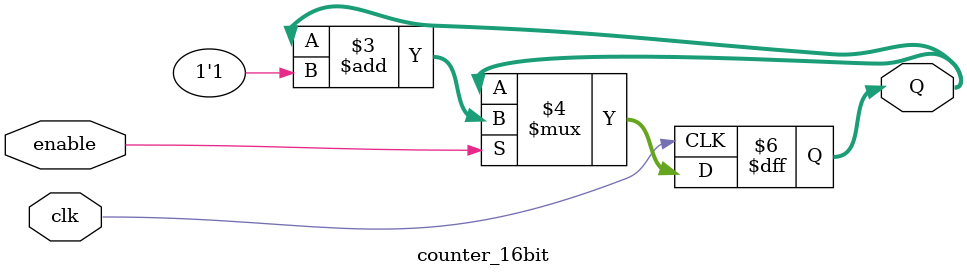
<source format=v>
module screen_refresh(
	input enable,
	input clk,
	output [7:0] vga_x_out_bus,
	output [7:0] vga_y_out_bus,
	output [23:0] vga_RGB_out_bus,
	output vga_draw_enable_bus,
	output reg done
);

	reg [16:0] counter_val;
	reg [7:0] x_out_buffer, y_out_buffer;
	reg draw_pixel;
	reg [7:0] current_state, next_state;
	reg active;
	reg even;

	reg [7:0] vga_x_out;
	reg [7:0] vga_y_out;
	reg [23:0] vga_RGB_out;
	reg vga_draw_enable;


	assign vga_x_out_bus = active ? vga_x_out : 8'bzzzzzzzz;
	assign vga_y_out_bus = active ? vga_y_out : 8'bzzzzzzzz;
	assign vga_RGB_out_bus = active ? vga_RGB_out : 24'bzzzzzzzzzzzzzzzzzzzzzzzz;
	assign vga_draw_enable_bus = active ? vga_draw_enable : 1'bz;

	localparam  S_INACTIVE 				= 8'd0,
				S_DRAW       			= 8'd8,
				S_DONE					= 8'd9;

	// state table for FSM of tiledrawer
	always @(*)
	begin: state_table 
			case (current_state)
				S_INACTIVE: next_state = enable ? S_DRAW : S_INACTIVE; // check ? load if true : load if false
				S_DRAW: next_state = active ? S_DRAW : S_DONE;
				S_DONE: next_state = S_INACTIVE;
			default: next_state = S_INACTIVE;
		endcase
	end 

	// control path
	always @(*)
	begin: control
		// set load signals to 0 by default
		active = 1'b1;
		draw_pixel = 1'b0;
		done = 1'b0;
		even = 1'b0;
		case (current_state)

			// once all values for the pixel are loaded, draw the pixel
			S_DRAW: begin
				draw_pixel = 1'b1;
				x_out_buffer = counter_val[7:0];
				y_out_buffer = counter_val[15:8];
				if(counter_val == 17'b10000000000000000) begin
					active = 1'b0;
				end

				if(counter_val % 17'b00000000000000010) begin
					even = 1'b1;
				end
			end

			S_DONE: begin
				done = 1'b1;
				draw_pixel = 1'b0;
				active = 1'b0;
			end
			default:
			begin
				active = 1'b0;
				done = 1'b0;
				draw_pixel = 1'b0;
				even = 1'b0;
			end
		endcase
	end

	always@(posedge clk) 
	begin: datapath


		// check if a pixel is being drawn this cycle
		if(draw_pixel == 1'b1) begin
			// if so, load the buffer values and update the pixel address to the next one
			vga_x_out <= x_out_buffer;
			vga_y_out <= y_out_buffer;
			counter_val <= counter_val  + 17'b00000000000000001;
			if(even == 1'b1) begin
				vga_RGB_out <= 24'h000000;
			end
			else begin
				vga_RGB_out <= 24'h000000;
			end
			vga_draw_enable <= 1'b1;
		end
		else begin
			// if not, disable the vga draw output
			vga_draw_enable <= 1'b0;
		end

		if(active == 1'b0) begin
			vga_draw_enable <= 1'b0;
			counter_val <= 17'b00000000000000000;
		end 
		
		// move to next state after all logic
		current_state <= next_state;
		
	end

endmodule

module counter_16bit(
	input enable,
	input clk,
	output reg [16:0] Q
);

	always @ (posedge clk)
	begin
		if (enable == 1'b1)
			Q <= Q + 1'b1;
	end

endmodule
</source>
